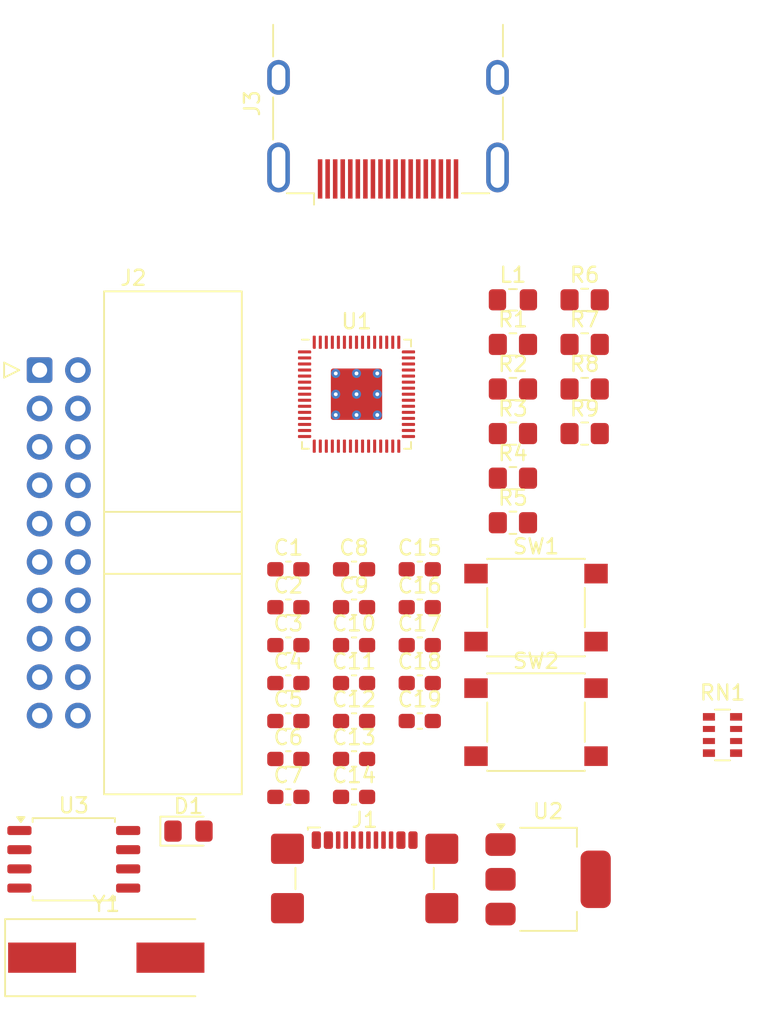
<source format=kicad_pcb>
(kicad_pcb (version 20240108) (generator "pcbnew") (generator_version "8.0")
  (layers (0 "F.Cu" signal) (31 "B.Cu" signal) (34 "B.Paste" user) (35 "F.Paste" user) (36 "B.SilkS" user "B.Silkscreen") (37 "F.SilkS" user "F.Silkscreen") (38 "B.Mask" user) (39 "F.Mask" user) (44 "Edge.Cuts" user))
  (net 0 "")
  (net 1 "+5V")
  (net 2 "GND")
  (net 3 "+3.3V")
  (net 4 "+1V1")
  (net 5 "/XIN")
  (net 6 "Net-(C15-Pad1)")
  (net 7 "Net-(U1-VREG_AVDD)")
  (net 8 "Net-(D1-K)")
  (net 9 "/D+")
  (net 10 "Net-(J1-CC1)")
  (net 11 "Net-(J1-CC2)")
  (net 12 "/D-")
  (net 35 "/HSTX2")
  (net 37 "/HSTX4")
  (net 39 "/HSTX8")
  (net 42 "/HSTX7")
  (net 43 "/HSTX6")
  (net 44 "/HSTX3")
  (net 49 "/HSTX1")
  (net 51 "/HSTX5")
  (net 53 "Net-(U1-VREG_LX)")
  (net 54 "/USB_DM")
  (net 55 "/USB_DP")
  (net 56 "/XOUT")
  (net 57 "Net-(R7-Pad2)")
  (net 58 "/SPI_SS_N")
  (net 59 "Net-(U1-RUN)")
  (net 60 "Net-(R8-Pad1)")
  (net 61 "/SPI_SD2")
  (net 62 "/SPI_SD1")
  (net 63 "/SPI_SD3")
  (net 64 "/SPI_SCLK")
  (net 65 "/SPI_SD0")
  (net 74 "/GPIO24")
  (net 75 "/GPIO29_ADC3")
  (net 76 "/GPIO7")
  (net 77 "/GPIO2")
  (net 78 "/GPIO20")
  (net 79 "/GPIO3")
  (net 80 "/GPIO22")
  (net 81 "/GPIO23")
  (net 82 "/GPIO9")
  (net 83 "/GPIO28_ADC2")
  (net 84 "/GPIO11")
  (net 85 "/GPIO5")
  (net 86 "/GPIO0")
  (net 87 "/GPIO10")
  (net 88 "SWD_CLK")
  (net 89 "SWD_DIO")
  (net 90 "/GPIO27_ADC1")
  (net 91 "/GPIO1")
  (net 92 "/GPIO8")
  (net 93 "/GPIO4")
  (net 94 "/GPIO6")
  (net 95 "/GPIO26_ADC0")
  (net 96 "/GPIO25")
  (net 97 "/GPIO21")
  (footprint "Capacitor_SMD:C_0603_1608Metric_Pad1.08x0.95mm_HandSolder" (layer "F.Cu") (at 202.3 127.165)
    (property "Reference" "C11" (at 0 -1.43 0) (layer "F.SilkS"))
    (property "Value" "100nF")
    (fp_line (start -0.146267 -0.51) (end 0.146267 -0.51) (stroke (width 0.12)) (layer "F.SilkS"))
    (fp_line (start -0.146267 0.51) (end 0.146267 0.51) (stroke (width 0.12)) (layer "F.SilkS"))
    (pad "1" smd roundrect (at -0.8625 0) (size 1.075 0.95) (layers "F.Cu" "F.Paste" "F.Mask") (net 3 "+3.3V"))
    (pad "2" smd roundrect (at 0.8625 0) (size 1.075 0.95) (layers "F.Cu" "F.Paste" "F.Mask") (net 2 "GND"))
  )
  (footprint "Capacitor_SMD:C_0603_1608Metric_Pad1.08x0.95mm_HandSolder" (layer "F.Cu") (at 206.65 127.165)
    (property "Reference" "C18" (at 0 -1.43 0) (layer "F.SilkS"))
    (property "Value" "4.7uF")
    (fp_line (start -0.146267 -0.51) (end 0.146267 -0.51) (stroke (width 0.12)) (layer "F.SilkS"))
    (fp_line (start -0.146267 0.51) (end 0.146267 0.51) (stroke (width 0.12)) (layer "F.SilkS"))
    (pad "1" smd roundrect (at -0.8625 0) (size 1.075 0.95) (layers "F.Cu" "F.Paste" "F.Mask") (net 7 "Net-(U1-VREG_AVDD)"))
    (pad "2" smd roundrect (at 0.8625 0) (size 1.075 0.95) (layers "F.Cu" "F.Paste" "F.Mask") (net 2 "GND"))
  )
  (footprint "Capacitor_SMD:C_0603_1608Metric_Pad1.08x0.95mm_HandSolder" (layer "F.Cu") (at 197.95 132.185)
    (property "Reference" "C6" (at 0 -1.43 0) (layer "F.SilkS"))
    (property "Value" "100nF")
    (fp_line (start -0.146267 -0.51) (end 0.146267 -0.51) (stroke (width 0.12)) (layer "F.SilkS"))
    (fp_line (start -0.146267 0.51) (end 0.146267 0.51) (stroke (width 0.12)) (layer "F.SilkS"))
    (pad "1" smd roundrect (at -0.8625 0) (size 1.075 0.95) (layers "F.Cu" "F.Paste" "F.Mask") (net 3 "+3.3V"))
    (pad "2" smd roundrect (at 0.8625 0) (size 1.075 0.95) (layers "F.Cu" "F.Paste" "F.Mask") (net 2 "GND"))
  )
  (footprint "Resistor_SMD:R_Array_Convex_4x0603" (layer "F.Cu") (at 226.7 130.6)
    (property "Reference" "RN1" (at 0 -2.8 0) (layer "F.SilkS"))
    (property "Value" "R_Pack04")
    (fp_line (start 0.5 -1.68) (end -0.5 -1.68) (stroke (width 0.12)) (layer "F.SilkS"))
    (fp_line (start 0.5 1.68) (end -0.5 1.68) (stroke (width 0.12)) (layer "F.SilkS"))
    (pad "1" smd rect (at -0.9 -1.2) (size 0.8 0.5) (layers "F.Cu" "F.Paste" "F.Mask"))
    (pad "2" smd rect (at -0.9 -0.4) (size 0.8 0.4) (layers "F.Cu" "F.Paste" "F.Mask"))
    (pad "3" smd rect (at -0.9 0.4) (size 0.8 0.4) (layers "F.Cu" "F.Paste" "F.Mask"))
    (pad "4" smd rect (at -0.9 1.2) (size 0.8 0.5) (layers "F.Cu" "F.Paste" "F.Mask"))
    (pad "5" smd rect (at 0.9 1.2) (size 0.8 0.5) (layers "F.Cu" "F.Paste" "F.Mask"))
    (pad "6" smd rect (at 0.9 0.4) (size 0.8 0.4) (layers "F.Cu" "F.Paste" "F.Mask"))
    (pad "7" smd rect (at 0.9 -0.4) (size 0.8 0.4) (layers "F.Cu" "F.Paste" "F.Mask"))
    (pad "8" smd rect (at 0.9 -1.2) (size 0.8 0.5) (layers "F.Cu" "F.Paste" "F.Mask"))
  )
  (footprint "Resistor_SMD:R_0805_2012Metric_Pad1.20x1.40mm_HandSolder" (layer "F.Cu") (at 212.82 104.755)
    (property "Reference" "R1" (at 0 -1.65 0) (layer "F.SilkS"))
    (property "Value" "5K1")
    (fp_line (start -0.227064 -0.735) (end 0.227064 -0.735) (stroke (width 0.12)) (layer "F.SilkS"))
    (fp_line (start -0.227064 0.735) (end 0.227064 0.735) (stroke (width 0.12)) (layer "F.SilkS"))
    (pad "1" smd roundrect (at -1 0) (size 1.2 1.4) (layers "F.Cu" "F.Paste" "F.Mask") (roundrect_rratio 0.208333) (net 10 "Net-(J1-CC1)"))
    (pad "2" smd roundrect (at 1 0) (size 1.2 1.4) (layers "F.Cu" "F.Paste" "F.Mask") (roundrect_rratio 0.208333) (net 2 "GND"))
  )
  (footprint "Capacitor_SMD:C_0603_1608Metric_Pad1.08x0.95mm_HandSolder" (layer "F.Cu") (at 197.95 122.145)
    (property "Reference" "C2" (at 0 -1.43 0) (layer "F.SilkS"))
    (property "Value" "22uF")
    (fp_line (start -0.146267 -0.51) (end 0.146267 -0.51) (stroke (width 0.12)) (layer "F.SilkS"))
    (fp_line (start -0.146267 0.51) (end 0.146267 0.51) (stroke (width 0.12)) (layer "F.SilkS"))
    (pad "1" smd roundrect (at -0.8625 0) (size 1.075 0.95) (layers "F.Cu" "F.Paste" "F.Mask") (net 3 "+3.3V"))
    (pad "2" smd roundrect (at 0.8625 0) (size 1.075 0.95) (layers "F.Cu" "F.Paste" "F.Mask") (net 2 "GND"))
  )
  (footprint "Capacitor_SMD:C_0603_1608Metric_Pad1.08x0.95mm_HandSolder" (layer "F.Cu") (at 206.65 129.675)
    (property "Reference" "C19" (at 0 -1.43 0) (layer "F.SilkS"))
    (property "Value" "4.7uF")
    (fp_line (start -0.146267 -0.51) (end 0.146267 -0.51) (stroke (width 0.12)) (layer "F.SilkS"))
    (fp_line (start -0.146267 0.51) (end 0.146267 0.51) (stroke (width 0.12)) (layer "F.SilkS"))
    (pad "1" smd roundrect (at -0.8625 0) (size 1.075 0.95) (layers "F.Cu" "F.Paste" "F.Mask") (net 4 "+1V1"))
    (pad "2" smd roundrect (at 0.8625 0) (size 1.075 0.95) (layers "F.Cu" "F.Paste" "F.Mask") (net 2 "GND"))
  )
  (footprint "LED_SMD:LED_0805_2012Metric_Pad1.15x1.40mm_HandSolder" (layer "F.Cu") (at 191.335 136.96)
    (property "Reference" "D1" (at 0 -1.65 0) (layer "F.SilkS"))
    (property "Value" "red")
    (fp_line (start -1.86 -0.96) (end -1.86 0.96) (stroke (width 0.12)) (layer "F.SilkS"))
    (fp_line (start -1.86 0.96) (end 1 0.96) (stroke (width 0.12)) (layer "F.SilkS"))
    (fp_line (start 1 -0.96) (end -1.86 -0.96) (stroke (width 0.12)) (layer "F.SilkS"))
    (pad "1" smd roundrect (at -1.025 0) (size 1.15 1.4) (layers "F.Cu" "F.Paste" "F.Mask") (roundrect_rratio 0.217391) (net 8 "Net-(D1-K)"))
    (pad "2" smd roundrect (at 1.025 0) (size 1.15 1.4) (layers "F.Cu" "F.Paste" "F.Mask") (roundrect_rratio 0.217391) (net 3 "+3.3V"))
  )
  (footprint "Capacitor_SMD:C_0603_1608Metric_Pad1.08x0.95mm_HandSolder" (layer "F.Cu") (at 206.65 122.145)
    (property "Reference" "C16" (at 0 -1.43 0) (layer "F.SilkS"))
    (property "Value" "100nF")
    (fp_line (start -0.146267 -0.51) (end 0.146267 -0.51) (stroke (width 0.12)) (layer "F.SilkS"))
    (fp_line (start -0.146267 0.51) (end 0.146267 0.51) (stroke (width 0.12)) (layer "F.SilkS"))
    (pad "1" smd roundrect (at -0.8625 0) (size 1.075 0.95) (layers "F.Cu" "F.Paste" "F.Mask") (net 3 "+3.3V"))
    (pad "2" smd roundrect (at 0.8625 0) (size 1.075 0.95) (layers "F.Cu" "F.Paste" "F.Mask") (net 2 "GND"))
  )
  (footprint "Capacitor_SMD:C_0603_1608Metric_Pad1.08x0.95mm_HandSolder" (layer "F.Cu") (at 197.95 134.695)
    (property "Reference" "C7" (at 0 -1.43 0) (layer "F.SilkS"))
    (property "Value" "100nF")
    (fp_line (start -0.146267 -0.51) (end 0.146267 -0.51) (stroke (width 0.12)) (layer "F.SilkS"))
    (fp_line (start -0.146267 0.51) (end 0.146267 0.51) (stroke (width 0.12)) (layer "F.SilkS"))
    (pad "1" smd roundrect (at -0.8625 0) (size 1.075 0.95) (layers "F.Cu" "F.Paste" "F.Mask") (net 3 "+3.3V"))
    (pad "2" smd roundrect (at 0.8625 0) (size 1.075 0.95) (layers "F.Cu" "F.Paste" "F.Mask") (net 2 "GND"))
  )
  (footprint "Capacitor_SMD:C_0603_1608Metric_Pad1.08x0.95mm_HandSolder" (layer "F.Cu") (at 202.3 134.695)
    (property "Reference" "C14" (at 0 -1.43 0) (layer "F.SilkS"))
    (property "Value" "12pF")
    (fp_line (start -0.146267 -0.51) (end 0.146267 -0.51) (stroke (width 0.12)) (layer "F.SilkS"))
    (fp_line (start -0.146267 0.51) (end 0.146267 0.51) (stroke (width 0.12)) (layer "F.SilkS"))
    (pad "1" smd roundrect (at -0.8625 0) (size 1.075 0.95) (layers "F.Cu" "F.Paste" "F.Mask") (net 5 "/XIN"))
    (pad "2" smd roundrect (at 0.8625 0) (size 1.075 0.95) (layers "F.Cu" "F.Paste" "F.Mask") (net 2 "GND"))
  )
  (footprint "Capacitor_SMD:C_0603_1608Metric_Pad1.08x0.95mm_HandSolder" (layer "F.Cu") (at 206.65 119.635)
    (property "Reference" "C15" (at 0 -1.43 0) (layer "F.SilkS"))
    (property "Value" "12pF")
    (fp_line (start -0.146267 -0.51) (end 0.146267 -0.51) (stroke (width 0.12)) (layer "F.SilkS"))
    (fp_line (start -0.146267 0.51) (end 0.146267 0.51) (stroke (width 0.12)) (layer "F.SilkS"))
    (pad "1" smd roundrect (at -0.8625 0) (size 1.075 0.95) (layers "F.Cu" "F.Paste" "F.Mask") (net 6 "Net-(C15-Pad1)"))
    (pad "2" smd roundrect (at 0.8625 0) (size 1.075 0.95) (layers "F.Cu" "F.Paste" "F.Mask") (net 2 "GND"))
  )
  (footprint "Resistor_SMD:R_0805_2012Metric_Pad1.20x1.40mm_HandSolder" (layer "F.Cu") (at 212.82 113.605)
    (property "Reference" "R4" (at 0 -1.65 0) (layer "F.SilkS"))
    (property "Value" "27")
    (fp_line (start -0.227064 -0.735) (end 0.227064 -0.735) (stroke (width 0.12)) (layer "F.SilkS"))
    (fp_line (start -0.227064 0.735) (end 0.227064 0.735) (stroke (width 0.12)) (layer "F.SilkS"))
    (pad "1" smd roundrect (at -1 0) (size 1.2 1.4) (layers "F.Cu" "F.Paste" "F.Mask") (roundrect_rratio 0.208333) (net 9 "/D+"))
    (pad "2" smd roundrect (at 1 0) (size 1.2 1.4) (layers "F.Cu" "F.Paste" "F.Mask") (roundrect_rratio 0.208333) (net 55 "/USB_DP"))
  )
  (footprint "Package_TO_SOT_SMD:SOT-223-3_TabPin2" (layer "F.Cu") (at 215.15 140.15)
    (property "Reference" "U2" (at 0 -4.5 0) (layer "F.SilkS"))
    (property "Value" "AMS1117-3.3")
    (fp_line (start -1.85 -3.41) (end 1.91 -3.41) (stroke (width 0.12)) (layer "F.SilkS"))
    (fp_line (start -1.85 3.41) (end 1.91 3.41) (stroke (width 0.12)) (layer "F.SilkS"))
    (fp_line (start 1.91 -3.41) (end 1.91 -2.15) (stroke (width 0.12)) (layer "F.SilkS"))
    (fp_line (start 1.91 3.41) (end 1.91 2.15) (stroke (width 0.12)) (layer "F.SilkS"))
    (fp_poly (pts (xy -3.13 -3.31) (xy -3.37 -3.64) (xy -2.89 -3.64) (xy -3.13 -3.31)) (stroke (width 0.12)) (fill solid) (layer "F.SilkS"))
    (pad "1" smd roundrect (at -3.15 -2.3) (size 2 1.5) (layers "F.Cu" "F.Paste" "F.Mask") (net 2 "GND"))
    (pad "2" smd roundrect (at -3.15 0) (size 2 1.5) (layers "F.Cu" "F.Paste" "F.Mask") (net 3 "+3.3V"))
    (pad "2" smd roundrect (at 3.15 0) (size 2 3.8) (layers "F.Cu" "F.Paste" "F.Mask") (net 3 "+3.3V"))
    (pad "3" smd roundrect (at -3.15 2.3) (size 2 1.5) (layers "F.Cu" "F.Paste" "F.Mask") (net 1 "+5V"))
  )
  (footprint "Capacitor_SMD:C_0603_1608Metric_Pad1.08x0.95mm_HandSolder" (layer "F.Cu") (at 197.95 119.635)
    (property "Reference" "C1" (at 0 -1.43 0) (layer "F.SilkS"))
    (property "Value" "22uF")
    (fp_line (start -0.146267 -0.51) (end 0.146267 -0.51) (stroke (width 0.12)) (layer "F.SilkS"))
    (fp_line (start -0.146267 0.51) (end 0.146267 0.51) (stroke (width 0.12)) (layer "F.SilkS"))
    (pad "1" smd roundrect (at -0.8625 0) (size 1.075 0.95) (layers "F.Cu" "F.Paste" "F.Mask") (net 1 "+5V"))
    (pad "2" smd roundrect (at 0.8625 0) (size 1.075 0.95) (layers "F.Cu" "F.Paste" "F.Mask") (net 2 "GND"))
  )
  (footprint "Connector_Video:HDMI_A_Molex_208658-1001_Horizontal" (layer "F.Cu") (at 204.55 90.52 90)
    (property "Reference" "J3" (at 1.714999 -8.999999 -90) (layer "F.SilkS"))
    (property "Value" "HDMI_A")
    (fp_line (start 4.814998 -7.61) (end 6.915 -7.61) (stroke (width 0.12)) (layer "F.SilkS"))
    (fp_line (start -0.684999 -7.609999) (end 2.114999 -7.609999) (stroke (width 0.12)) (layer "F.SilkS"))
    (fp_line (start -4.234999 -4.9) (end -4.235001 -6.699999) (stroke (width 0.12)) (layer "F.SilkS"))
    (fp_line (start -4.985 -4.9) (end -4.234999 -4.9) (stroke (width 0.12)) (layer "F.SilkS"))
    (fp_line (start -4.234999 6.7) (end -4.235 4.899998) (stroke (width 0.12)) (layer "F.SilkS"))
    (fp_line (start 4.815 7.61) (end 6.915 7.61) (stroke (width 0.12)) (layer "F.SilkS"))
    (fp_line (start -0.685001 7.610001) (end 2.115002 7.61) (stroke (width 0.12)) (layer "F.SilkS"))
    (pad "1" smd rect (at -3.284998 -4.500001 90) (size 2.6 0.3) (layers "F.Cu" "F.Paste" "F.Mask") (net 51 "/HSTX5"))
    (pad "2" smd rect (at -3.285 -4.000001 90) (size 2.6 0.3) (layers "F.Cu" "F.Paste" "F.Mask"))
    (pad "3" smd rect (at -3.284999 -3.499999 90) (size 2.6 0.3) (layers "F.Cu" "F.Paste" "F.Mask") (net 43 "/HSTX6"))
    (pad "4" smd rect (at -3.285001 -3 90) (size 2.6 0.3) (layers "F.Cu" "F.Paste" "F.Mask") (net 42 "/HSTX7"))
    (pad "5" smd rect (at -3.284999 -2.5 90) (size 2.6 0.3) (layers "F.Cu" "F.Paste" "F.Mask"))
    (pad "6" smd rect (at -3.285 -2.000001 90) (size 2.6 0.3) (layers "F.Cu" "F.Paste" "F.Mask") (net 39 "/HSTX8"))
    (pad "7" smd rect (at -3.285 -1.499999 90) (size 2.6 0.3) (layers "F.Cu" "F.Paste" "F.Mask") (net 49 "/HSTX1"))
    (pad "8" smd rect (at -3.285 -1 90) (size 2.6 0.3) (layers "F.Cu" "F.Paste" "F.Mask"))
    (pad "9" smd rect (at -3.285 -0.499999 90) (size 2.6 0.3) (layers "F.Cu" "F.Paste" "F.Mask") (net 35 "/HSTX2"))
    (pad "10" smd rect (at -3.285 0 90) (size 2.6 0.3) (layers "F.Cu" "F.Paste" "F.Mask") (net 44 "/HSTX3"))
    (pad "11" smd rect (at -3.285 0.5 90) (size 2.6 0.3) (layers "F.Cu" "F.Paste" "F.Mask"))
    (pad "12" smd rect (at -3.285 1 90) (size 2.6 0.3) (layers "F.Cu" "F.Paste" "F.Mask") (net 37 "/HSTX4"))
    (pad "13" smd rect (at -3.285 1.5 90) (size 2.6 0.3) (layers "F.Cu" "F.Paste" "F.Mask"))
    (pad "14" smd rect (at -3.285 2 90) (size 2.6 0.3) (layers "F.Cu" "F.Paste" "F.Mask"))
    (pad "15" smd rect (at -3.285 2.499999 90) (size 2.6 0.3) (layers "F.Cu" "F.Paste" "F.Mask"))
    (pad "16" smd rect (at -3.284999 3.000001 90) (size 2.6 0.3) (layers "F.Cu" "F.Paste" "F.Mask"))
    (pad "17" smd rect (at -3.285001 3.499999 90) (size 2.6 0.3) (layers "F.Cu" "F.Paste" "F.Mask"))
    (pad "18" smd rect (at -3.284999 4 90) (size 2.6 0.3) (layers "F.Cu" "F.Paste" "F.Mask"))
    (pad "19" smd rect (at -3.285001 4.5 90) (size 2.6 0.3) (layers "F.Cu" "F.Paste" "F.Mask"))
    (pad "SH" thru_hole oval (at -2.525 -7.25 90) (size 3.3 1.5) (drill oval 2.7 0.9) (layers "*.Cu" "*.Mask"))
    (pad "SH" thru_hole oval (at -2.525 7.25 90) (size 3.3 1.5) (drill oval 2.7 0.9) (layers "*.Cu" "*.Mask"))
    (pad "SH" thru_hole oval (at 3.434999 -7.250001 90) (size 2.3 1.5) (drill oval 1.7 0.9) (layers "*.Cu" "*.Mask"))
    (pad "SH" thru_hole oval (at 3.435001 7.249999 90) (size 2.3 1.5) (drill oval 1.7 0.9) (layers "*.Cu" "*.Mask"))
  )
  (footprint "Capacitor_SMD:C_0603_1608Metric_Pad1.08x0.95mm_HandSolder" (layer "F.Cu") (at 206.65 124.655)
    (property "Reference" "C17" (at 0 -1.43 0) (layer "F.SilkS"))
    (property "Value" "4.7uF")
    (fp_line (start -0.146267 -0.51) (end 0.146267 -0.51) (stroke (width 0.12)) (layer "F.SilkS"))
    (fp_line (start -0.146267 0.51) (end 0.146267 0.51) (stroke (width 0.12)) (layer "F.SilkS"))
    (pad "1" smd roundrect (at -0.8625 0) (size 1.075 0.95) (layers "F.Cu" "F.Paste" "F.Mask") (net 3 "+3.3V"))
    (pad "2" smd roundrect (at 0.8625 0) (size 1.075 0.95) (layers "F.Cu" "F.Paste" "F.Mask") (net 2 "GND"))
  )
  (footprint "Button_Switch_SMD:SW_Push_1P1T_NO_6x6mm_H9.5mm" (layer "F.Cu") (at 214.35 122.17)
    (property "Reference" "SW1" (at 0 -4.05 0) (layer "F.SilkS"))
    (property "Value" "BOOT SELECTOR")
    (fp_line (start -3.23 -3.23) (end 3.23 -3.23) (stroke (width 0.12)) (layer "F.SilkS"))
    (fp_line (start -3.23 -3.2) (end -3.23 -3.23) (stroke (width 0.12)) (layer "F.SilkS"))
    (fp_line (start -3.23 -1.3) (end -3.23 1.3) (stroke (width 0.12)) (layer "F.SilkS"))
    (fp_line (start -3.23 3.23) (end -3.23 3.2) (stroke (width 0.12)) (layer "F.SilkS"))
    (fp_line (start -3.23 3.23) (end 3.23 3.23) (stroke (width 0.12)) (layer "F.SilkS"))
    (fp_line (start 3.23 -3.23) (end 3.23 -3.2) (stroke (width 0.12)) (layer "F.SilkS"))
    (fp_line (start 3.23 -1.3) (end 3.23 1.3) (stroke (width 0.12)) (layer "F.SilkS"))
    (fp_line (start 3.23 3.23) (end 3.23 3.2) (stroke (width 0.12)) (layer "F.SilkS"))
    (pad "1" smd rect (at -3.975 -2.25) (size 1.55 1.3) (layers "F.Cu" "F.Paste" "F.Mask") (net 57 "Net-(R7-Pad2)"))
    (pad "1" smd rect (at 3.975 -2.25) (size 1.55 1.3) (layers "F.Cu" "F.Paste" "F.Mask") (net 57 "Net-(R7-Pad2)"))
    (pad "2" smd rect (at -3.975 2.25) (size 1.55 1.3) (layers "F.Cu" "F.Paste" "F.Mask") (net 2 "GND"))
    (pad "2" smd rect (at 3.975 2.25) (size 1.55 1.3) (layers "F.Cu" "F.Paste" "F.Mask") (net 2 "GND"))
  )
  (footprint "Connector_IDC:IDC-Header_2x10_P2.54mm_Horizontal" (layer "F.Cu") (at 181.475 106.455)
    (property "Reference" "J2" (at 6.215 -6.1 0) (layer "F.SilkS"))
    (property "Value" "Conn_02x10_Odd_Even")
    (fp_line (start -2.35 -0.5) (end -2.35 0.5) (stroke (width 0.12)) (layer "F.SilkS"))
    (fp_line (start -2.35 0.5) (end -1.35 0) (stroke (width 0.12)) (layer "F.SilkS"))
    (fp_line (start -1.35 0) (end -2.35 -0.5) (stroke (width 0.12)) (layer "F.SilkS"))
    (fp_line (start 4.27 -5.21) (end 13.39 -5.21) (stroke (width 0.12)) (layer "F.SilkS"))
    (fp_line (start 4.27 9.38) (end 13.39 9.38) (stroke (width 0.12)) (layer "F.SilkS"))
    (fp_line (start 4.27 13.48) (end 13.39 13.48) (stroke (width 0.12)) (layer "F.SilkS"))
    (fp_line (start 4.27 28.07) (end 4.27 -5.21) (stroke (width 0.12)) (layer "F.SilkS"))
    (fp_line (start 13.39 -5.21) (end 13.39 28.07) (stroke (width 0.12)) (layer "F.SilkS"))
    (fp_line (start 13.39 28.07) (end 4.27 28.07) (stroke (width 0.12)) (layer "F.SilkS"))
    (pad "1" thru_hole roundrect (at 0 0) (size 1.7 1.7) (drill 1) (layers "*.Cu" "*.Mask") (roundrect_rratio 0.147059))
    (pad "2" thru_hole circle (at 2.54 0) (size 1.7 1.7) (drill 1) (layers "*.Cu" "*.Mask"))
    (pad "3" thru_hole circle (at 0 2.54) (size 1.7 1.7) (drill 1) (layers "*.Cu" "*.Mask"))
    (pad "4" thru_hole circle (at 2.54 2.54) (size 1.7 1.7) (drill 1) (layers "*.Cu" "*.Mask"))
    (pad "5" thru_hole circle (at 0 5.08) (size 1.7 1.7) (drill 1) (layers "*.Cu" "*.Mask"))
    (pad "6" thru_hole circle (at 2.54 5.08) (size 1.7 1.7) (drill 1) (layers "*.Cu" "*.Mask"))
    (pad "7" thru_hole circle (at 0 7.62) (size 1.7 1.7) (drill 1) (layers "*.Cu" "*.Mask"))
    (pad "8" thru_hole circle (at 2.54 7.62) (size 1.7 1.7) (drill 1) (layers "*.Cu" "*.Mask"))
    (pad "9" thru_hole circle (at 0 10.16) (size 1.7 1.7) (drill 1) (layers "*.Cu" "*.Mask"))
    (pad "10" thru_hole circle (at 2.54 10.16) (size 1.7 1.7) (drill 1) (layers "*.Cu" "*.Mask"))
    (pad "11" thru_hole circle (at 0 12.7) (size 1.7 1.7) (drill 1) (layers "*.Cu" "*.Mask"))
    (pad "12" thru_hole circle (at 2.54 12.7) (size 1.7 1.7) (drill 1) (layers "*.Cu" "*.Mask"))
    (pad "13" thru_hole circle (at 0 15.24) (size 1.7 1.7) (drill 1) (layers "*.Cu" "*.Mask"))
    (pad "14" thru_hole circle (at 2.54 15.24) (size 1.7 1.7) (drill 1) (layers "*.Cu" "*.Mask"))
    (pad "15" thru_hole circle (at 0 17.78) (size 1.7 1.7) (drill 1) (layers "*.Cu" "*.Mask"))
    (pad "16" thru_hole circle (at 2.54 17.78) (size 1.7 1.7) (drill 1) (layers "*.Cu" "*.Mask"))
    (pad "17" thru_hole circle (at 0 20.32) (size 1.7 1.7) (drill 1) (layers "*.Cu" "*.Mask"))
    (pad "18" thru_hole circle (at 2.54 20.32) (size 1.7 1.7) (drill 1) (layers "*.Cu" "*.Mask"))
    (pad "19" thru_hole circle (at 0 22.86) (size 1.7 1.7) (drill 1) (layers "*.Cu" "*.Mask"))
    (pad "20" thru_hole circle (at 2.54 22.86) (size 1.7 1.7) (drill 1) (layers "*.Cu" "*.Mask"))
  )
  (footprint "Capacitor_SMD:C_0603_1608Metric_Pad1.08x0.95mm_HandSolder" (layer "F.Cu") (at 202.3 132.185)
    (property "Reference" "C13" (at 0 -1.43 0) (layer "F.SilkS"))
    (property "Value" "2u2F")
    (fp_line (start -0.146267 -0.51) (end 0.146267 -0.51) (stroke (width 0.12)) (layer "F.SilkS"))
    (fp_line (start -0.146267 0.51) (end 0.146267 0.51) (stroke (width 0.12)) (layer "F.SilkS"))
    (pad "1" smd roundrect (at -0.8625 0) (size 1.075 0.95) (layers "F.Cu" "F.Paste" "F.Mask") (net 3 "+3.3V"))
    (pad "2" smd roundrect (at 0.8625 0) (size 1.075 0.95) (layers "F.Cu" "F.Paste" "F.Mask") (net 2 "GND"))
  )
  (footprint "Capacitor_SMD:C_0603_1608Metric_Pad1.08x0.95mm_HandSolder" (layer "F.Cu") (at 202.3 122.145)
    (property "Reference" "C9" (at 0 -1.43 0) (layer "F.SilkS"))
    (property "Value" "100nF")
    (fp_line (start -0.146267 -0.51) (end 0.146267 -0.51) (stroke (width 0.12)) (layer "F.SilkS"))
    (fp_line (start -0.146267 0.51) (end 0.146267 0.51) (stroke (width 0.12)) (layer "F.SilkS"))
    (pad "1" smd roundrect (at -0.8625 0) (size 1.075 0.95) (layers "F.Cu" "F.Paste" "F.Mask") (net 3 "+3.3V"))
    (pad "2" smd roundrect (at 0.8625 0) (size 1.075 0.95) (layers "F.Cu" "F.Paste" "F.Mask") (net 2 "GND"))
  )
  (footprint "lib:RP2350-QFN-60-1EP_7x7_P0.4mm_EP3.4x3.4mm_ThermalVias" (layer "F.Cu") (at 202.4625 108.05)
    (property "Reference" "U1" (at 0 -4.82 0) (layer "F.SilkS"))
    (property "Value" "RP2350_60QFN")
    (fp_line (start -3.61 3.61) (end -3.61 3.16) (stroke (width 0.12)) (layer "F.SilkS"))
    (fp_line (start -3.16 -3.61) (end -3.61 -3.61) (stroke (width 0.12)) (layer "F.SilkS"))
    (fp_line (start -3.16 3.61) (end -3.61 3.61) (stroke (width 0.12)) (layer "F.SilkS"))
    (fp_line (start 3.16 -3.61) (end 3.61 -3.61) (stroke (width 0.12)) (layer "F.SilkS"))
    (fp_line (start 3.16 3.61) (end 3.61 3.61) (stroke (width 0.12)) (layer "F.SilkS"))
    (fp_line (start 3.61 -3.61) (end 3.61 -3.16) (stroke (width 0.12)) (layer "F.SilkS"))
    (fp_line (start 3.61 3.61) (end 3.61 3.16) (stroke (width 0.12)) (layer "F.SilkS"))
    (pad "1" smd roundrect (at -3.4375 -2.8) (size 0.875 0.2) (layers "F.Cu" "F.Paste" "F.Mask") (chamfer_ratio 0.25) (chamfer top_right) (net 3 "+3.3V"))
    (pad "2" smd roundrect (at -3.4375 -2.4) (size 0.875 0.2) (layers "F.Cu" "F.Paste" "F.Mask") (net 86 "/GPIO0"))
    (pad "3" smd roundrect (at -3.4375 -2) (size 0.875 0.2) (layers "F.Cu" "F.Paste" "F.Mask") (net 91 "/GPIO1"))
    (pad "4" smd roundrect (at -3.4375 -1.6) (size 0.875 0.2) (layers "F.Cu" "F.Paste" "F.Mask") (net 77 "/GPIO2"))
    (pad "5" smd roundrect (at -3.4375 -1.2) (size 0.875 0.2) (layers "F.Cu" "F.Paste" "F.Mask") (net 79 "/GPIO3"))
    (pad "6" smd roundrect (at -3.4375 -0.8) (size 0.875 0.2) (layers "F.Cu" "F.Paste" "F.Mask") (net 4 "+1V1"))
    (pad "7" smd roundrect (at -3.4375 -0.4) (size 0.875 0.2) (layers "F.Cu" "F.Paste" "F.Mask") (net 93 "/GPIO4"))
    (pad "8" smd roundrect (at -3.4375 0) (size 0.875 0.2) (layers "F.Cu" "F.Paste" "F.Mask") (net 85 "/GPIO5"))
    (pad "9" smd roundrect (at -3.4375 0.4) (size 0.875 0.2) (layers "F.Cu" "F.Paste" "F.Mask") (net 94 "/GPIO6"))
    (pad "10" smd roundrect (at -3.4375 0.8) (size 0.875 0.2) (layers "F.Cu" "F.Paste" "F.Mask") (net 76 "/GPIO7"))
    (pad "11" smd roundrect (at -3.4375 1.2) (size 0.875 0.2) (layers "F.Cu" "F.Paste" "F.Mask") (net 3 "+3.3V"))
    (pad "12" smd roundrect (at -3.4375 1.6) (size 0.875 0.2) (layers "F.Cu" "F.Paste" "F.Mask") (net 92 "/GPIO8"))
    (pad "13" smd roundrect (at -3.4375 2) (size 0.875 0.2) (layers "F.Cu" "F.Paste" "F.Mask") (net 82 "/GPIO9"))
    (pad "14" smd roundrect (at -3.4375 2.4) (size 0.875 0.2) (layers "F.Cu" "F.Paste" "F.Mask") (net 87 "/GPIO10"))
    (pad "15" smd roundrect (at -3.4375 2.8) (size 0.875 0.2) (layers "F.Cu" "F.Paste" "F.Mask") (chamfer_ratio 0.25) (chamfer bottom_right) (net 84 "/GPIO11"))
    (pad "16" smd roundrect (at -2.8 3.4375) (size 0.2 0.875) (layers "F.Cu" "F.Paste" "F.Mask") (chamfer_ratio 0.25) (chamfer top_left) (net 49 "/HSTX1"))
    (pad "17" smd roundrect (at -2.4 3.4375) (size 0.2 0.875) (layers "F.Cu" "F.Paste" "F.Mask") (net 35 "/HSTX2"))
    (pad "18" smd roundrect (at -2 3.4375) (size 0.2 0.875) (layers "F.Cu" "F.Paste" "F.Mask") (net 44 "/HSTX3"))
    (pad "19" smd roundrect (at -1.6 3.4375) (size 0.2 0.875) (layers "F.Cu" "F.Paste" "F.Mask") (net 37 "/HSTX4"))
    (pad "20" smd roundrect (at -1.2 3.4375) (size 0.2 0.875) (layers "F.Cu" "F.Paste" "F.Mask") (net 3 "+3.3V"))
    (pad "21" smd roundrect (at -0.8 3.4375) (size 0.2 0.875) (layers "F.Cu" "F.Paste" "F.Mask") (net 5 "/XIN"))
    (pad "22" smd roundrect (at -0.4 3.4375) (size 0.2 0.875) (layers "F.Cu" "F.Paste" "F.Mask") (net 56 "/XOUT"))
    (pad "23" smd roundrect (at 0 3.4375) (size 0.2 0.875) (layers "F.Cu" "F.Paste" "F.Mask") (net 4 "+1V1"))
    (pad "24" smd roundrect (at 0.4 3.4375) (size 0.2 0.875) (layers "F.Cu" "F.Paste" "F.Mask") (net 88 "SWD_CLK"))
    (pad "25" smd roundrect (at 0.8 3.4375) (size 0.2 0.875) (layers "F.Cu" "F.Paste" "F.Mask") (net 89 "SWD_DIO"))
    (pad "26" smd roundrect (at 1.2 3.4375) (size 0.2 0.875) (layers "F.Cu" "F.Paste" "F.Mask") (net 59 "Net-(U1-RUN)"))
    (pad "27" smd roundrect (at 1.6 3.4375) (size 0.2 0.875) (layers "F.Cu" "F.Paste" "F.Mask") (net 51 "/HSTX5"))
    (pad "28" smd roundrect (at 2 3.4375) (size 0.2 0.875) (layers "F.Cu" "F.Paste" "F.Mask") (net 43 "/HSTX6"))
    (pad "29" smd roundrect (at 2.4 3.4375) (size 0.2 0.875) (layers "F.Cu" "F.Paste" "F.Mask") (net 42 "/HSTX7"))
    (pad "30" smd roundrect (at 2.8 3.4375) (size 0.2 0.875) (layers "F.Cu" "F.Paste" "F.Mask") (chamfer_ratio 0.25) (chamfer top_right) (net 3 "+3.3V"))
    (pad "31" smd roundrect (at 3.4375 2.8) (size 0.875 0.2) (layers "F.Cu" "F.Paste" "F.Mask") (chamfer_ratio 0.25) (chamfer bottom_left) (net 39 "/HSTX8"))
    (pad "32" smd roundrect (at 3.4375 2.4) (size 0.875 0.2) (layers "F.Cu" "F.Paste" "F.Mask") (net 78 "/GPIO20"))
    (pad "33" smd roundrect (at 3.4375 2) (size 0.875 0.2) (layers "F.Cu" "F.Paste" "F.Mask") (net 97 "/GPIO21"))
    (pad "34" smd roundrect (at 3.4375 1.6) (size 0.875 0.2) (layers "F.Cu" "F.Paste" "F.Mask") (net 80 "/GPIO22"))
    (pad "35" smd roundrect (at 3.4375 1.2) (size 0.875 0.2) (layers "F.Cu" "F.Paste" "F.Mask") (net 81 "/GPIO23"))
    (pad "36" smd roundrect (at 3.4375 0.8) (size 0.875 0.2) (layers "F.Cu" "F.Paste" "F.Mask") (net 74 "/GPIO24"))
    (pad "37" smd roundrect (at 3.4375 0.4) (size 0.875 0.2) (layers "F.Cu" "F.Paste" "F.Mask") (net 96 "/GPIO25"))
    (pad "38" smd roundrect (at 3.4375 0) (size 0.875 0.2) (layers "F.Cu" "F.Paste" "F.Mask") (net 3 "+3.3V"))
    (pad "39" smd roundrect (at 3.4375 -0.4) (size 0.875 0.2) (layers "F.Cu" "F.Paste" "F.Mask") (net 4 "+1V1"))
    (pad "40" smd roundrect (at 3.4375 -0.8) (size 0.875 0.2) (layers "F.Cu" "F.Paste" "F.Mask") (net 95 "/GPIO26_ADC0"))
    (pad "41" smd roundrect (at 3.4375 -1.2) (size 0.875 0.2) (layers "F.Cu" "F.Paste" "F.Mask") (net 90 "/GPIO27_ADC1"))
    (pad "42" smd roundrect (at 3.4375 -1.6) (size 0.875 0.2) (layers "F.Cu" "F.Paste" "F.Mask") (net 83 "/GPIO28_ADC2"))
    (pad "43" smd roundrect (at 3.4375 -2) (size 0.875 0.2) (layers "F.Cu" "F.Paste" "F.Mask") (net 75 "/GPIO29_ADC3"))
    (pad "44" smd roundrect (at 3.4375 -2.4) (size 0.875 0.2) (layers "F.Cu" "F.Paste" "F.Mask") (net 3 "+3.3V"))
    (pad "45" smd roundrect (at 3.4375 -2.8) (size 0.875 0.2) (layers "F.Cu" "F.Paste" "F.Mask") (chamfer_ratio 0.25) (chamfer top_left) (net 3 "+3.3V"))
    (pad "46" smd roundrect (at 2.8 -3.4375) (size 0.2 0.875) (layers "F.Cu" "F.Paste" "F.Mask") (chamfer_ratio 0.25) (chamfer bottom_right) (net 7 "Net-(U1-VREG_AVDD)"))
    (pad "47" smd roundrect (at 2.4 -3.4375) (size 0.2 0.875) (layers "F.Cu" "F.Paste" "F.Mask") (net 2 "GND"))
    (pad "48" smd roundrect (at 2 -3.4375) (size 0.2 0.875) (layers "F.Cu" "F.Paste" "F.Mask") (net 53 "Net-(U1-VREG_LX)"))
    (pad "49" smd roundrect (at 1.6 -3.4375) (size 0.2 0.875) (layers "F.Cu" "F.Paste" "F.Mask") (net 3 "+3.3V"))
    (pad "50" smd roundrect (at 1.2 -3.4375) (size 0.2 0.875) (layers "F.Cu" "F.Paste" "F.Mask") (net 4 "+1V1"))
    (pad "51" smd roundrect (at 0.8 -3.4375) (size 0.2 0.875) (layers "F.Cu" "F.Paste" "F.Mask") (net 54 "/USB_DM"))
    (pad "52" smd roundrect (at 0.4 -3.4375) (size 0.2 0.875) (layers "F.Cu" "F.Paste" "F.Mask") (net 55 "/USB_DP"))
    (pad "53" smd roundrect (at 0 -3.4375) (size 0.2 0.875) (layers "F.Cu" "F.Paste" "F.Mask") (net 3 "+3.3V"))
    (pad "54" smd roundrect (at -0.4 -3.4375) (size 0.2 0.875) (layers "F.Cu" "F.Paste" "F.Mask") (net 3 "+3.3V"))
    (pad "55" smd roundrect (at -0.8 -3.4375) (size 0.2 0.875) (layers "F.Cu" "F.Paste" "F.Mask") (net 63 "/SPI_SD3"))
    (pad "56" smd roundrect (at -1.2 -3.4375) (size 0.2 0.875) (layers "F.Cu" "F.Paste" "F.Mask") (net 64 "/SPI_SCLK"))
    (pad "57" smd roundrect (at -1.6 -3.4375) (size 0.2 0.875) (layers "F.Cu" "F.Paste" "F.Mask") (net 65 "/SPI_SD0"))
    (pad "58" smd roundrect (at -2 -3.4375) (size 0.2 0.875) (layers "F.Cu" "F.Paste" "F.Mask") (net 61 "/SPI_SD2"))
    (pad "59" smd roundrect (at -2.4 -3.4375) (size 0.2 0.875) (layers "F.Cu" "F.Paste" "F.Mask") (net 62 "/SPI_SD1"))
    (pad "60" smd roundrect (at -2.8 -3.4375) (size 0.2 0.875) (layers "F.Cu" "F.Paste" "F.Mask") (chamfer_ratio 0.25) (chamfer bottom_left) (net 58 "/SPI_SS_N"))
    (pad "61" thru_hole circle (at -1.375 -1.375) (size 0.6 0.6) (drill 0.25) (layers "*.Cu") (net 2 "GND"))
    (pad "61" thru_hole circle (at -1.375 0) (size 0.6 0.6) (drill 0.25) (layers "*.Cu") (net 2 "GND"))
    (pad "61" thru_hole circle (at -1.375 1.375) (size 0.6 0.6) (drill 0.25) (layers "*.Cu") (net 2 "GND"))
    (pad "61" thru_hole circle (at 0 -1.375) (size 0.6 0.6) (drill 0.25) (layers "*.Cu") (net 2 "GND"))
    (pad "61" thru_hole circle (at 0 0) (size 0.6 0.6) (drill 0.25) (layers "*.Cu") (net 2 "GND"))
    (pad "61" smd roundrect (at 0 0 90) (size 3.4 3.4) (layers "F.Cu" "F.Mask") (roundrect_rratio 0.045) (net 2 "GND"))
    (pad "61" thru_hole circle (at 0 1.375) (size 0.6 0.6) (drill 0.25) (layers "*.Cu") (net 2 "GND"))
    (pad "61" thru_hole circle (at 1.375 -1.375) (size 0.6 0.6) (drill 0.25) (layers "*.Cu") (net 2 "GND"))
    (pad "61" thru_hole circle (at 1.375 0) (size 0.6 0.6) (drill 0.25) (layers "*.Cu") (net 2 "GND"))
    (pad "61" thru_hole circle (at 1.375 1.375) (size 0.6 0.6) (drill 0.25) (layers "*.Cu") (net 2 "GND"))
  )
  (footprint "Resistor_SMD:R_0805_2012Metric_Pad1.20x1.40mm_HandSolder" (layer "F.Cu") (at 217.57 107.705)
    (property "Reference" "R8" (at 0 -1.65 0) (layer "F.SilkS"))
    (property "Value" "1K")
    (fp_line (start -0.227064 -0.735) (end 0.227064 -0.735) (stroke (width 0.12)) (layer "F.SilkS"))
    (fp_line (start -0.227064 0.735) (end 0.227064 0.735) (stroke (width 0.12)) (layer "F.SilkS"))
    (pad "1" smd roundrect (at -1 0) (size 1.2 1.4) (layers "F.Cu" "F.Paste" "F.Mask") (roundrect_rratio 0.208333) (net 60 "Net-(R8-Pad1)"))
    (pad "2" smd roundrect (at 1 0) (size 1.2 1.4) (layers "F.Cu" "F.Paste" "F.Mask") (roundrect_rratio 0.208333) (net 59 "Net-(U1-RUN)"))
  )
  (footprint "Crystal:Crystal_SMD_HC49-SD" (layer "F.Cu") (at 185.89 145.335)
    (property "Reference" "Y1" (at 0 -3.55 0) (layer "F.SilkS"))
    (property "Value" "12Mhz HC49-SD")
    (fp_line (start -6.7 -2.55) (end -6.7 2.55) (stroke (width 0.12)) (layer "F.SilkS"))
    (fp_line (start -6.7 2.55) (end 5.9 2.55) (stroke (width 0.12)) (layer "F.SilkS"))
    (fp_line (start 5.9 -2.55) (end -6.7 -2.55) (stroke (width 0.12)) (layer "F.SilkS"))
    (pad "1" smd rect (at -4.25 0) (size 4.5 2) (layers "F.Cu" "F.Paste" "F.Mask") (net 5 "/XIN"))
    (pad "2" smd rect (at 4.25 0) (size 4.5 2) (layers "F.Cu" "F.Paste" "F.Mask") (net 6 "Net-(C15-Pad1)"))
  )
  (footprint "Capacitor_SMD:C_0603_1608Metric_Pad1.08x0.95mm_HandSolder" (layer "F.Cu") (at 197.95 124.655)
    (property "Reference" "C3" (at 0 -1.43 0) (layer "F.SilkS"))
    (property "Value" "1uF")
    (fp_line (start -0.146267 -0.51) (end 0.146267 -0.51) (stroke (width 0.12)) (layer "F.SilkS"))
    (fp_line (start -0.146267 0.51) (end 0.146267 0.51) (stroke (width 0.12)) (layer "F.SilkS"))
    (pad "1" smd roundrect (at -0.8625 0) (size 1.075 0.95) (layers "F.Cu" "F.Paste" "F.Mask") (net 4 "+1V1"))
    (pad "2" smd roundrect (at 0.8625 0) (size 1.075 0.95) (layers "F.Cu" "F.Paste" "F.Mask") (net 2 "GND"))
  )
  (footprint "Resistor_SMD:R_0805_2012Metric_Pad1.20x1.40mm_HandSolder" (layer "F.Cu") (at 217.57 104.755)
    (property "Reference" "R7" (at 0 -1.65 0) (layer "F.SilkS"))
    (property "Value" "2K2")
    (fp_line (start -0.227064 -0.735) (end 0.227064 -0.735) (stroke (width 0.12)) (layer "F.SilkS"))
    (fp_line (start -0.227064 0.735) (end 0.227064 0.735) (stroke (width 0.12)) (layer "F.SilkS"))
    (pad "1" smd roundrect (at -1 0) (size 1.2 1.4) (layers "F.Cu" "F.Paste" "F.Mask") (roundrect_rratio 0.208333) (net 58 "/SPI_SS_N"))
    (pad "2" smd roundrect (at 1 0) (size 1.2 1.4) (layers "F.Cu" "F.Paste" "F.Mask") (roundrect_rratio 0.208333) (net 57 "Net-(R7-Pad2)"))
  )
  (footprint "Package_SO:SOIC-8_5.23x5.23mm_P1.27mm" (layer "F.Cu") (at 183.74 138.825)
    (property "Reference" "U3" (at 0 -3.56 0) (layer "F.SilkS"))
    (property "Value" "W25Q16JVSS")
    (fp_line (start -2.725 -2.725) (end -2.725 -2.465) (stroke (width 0.12)) (layer "F.SilkS"))
    (fp_line (start -2.725 2.725) (end -2.725 2.465) (stroke (width 0.12)) (layer "F.SilkS"))
    (fp_line (start 0 -2.725) (end -2.725 -2.725) (stroke (width 0.12)) (layer "F.SilkS"))
    (fp_line (start 0 -2.725) (end 2.725 -2.725) (stroke (width 0.12)) (layer "F.SilkS"))
    (fp_line (start 0 2.725) (end -2.725 2.725) (stroke (width 0.12)) (layer "F.SilkS"))
    (fp_line (start 0 2.725) (end 2.725 2.725) (stroke (width 0.12)) (layer "F.SilkS"))
    (fp_line (start 2.725 -2.725) (end 2.725 -2.465) (stroke (width 0.12)) (layer "F.SilkS"))
    (fp_line (start 2.725 2.725) (end 2.725 2.465) (stroke (width 0.12)) (layer "F.SilkS"))
    (fp_poly (pts (xy -3.5075 -2.465) (xy -3.7475 -2.795) (xy -3.2675 -2.795) (xy -3.5075 -2.465)) (stroke (width 0.12)) (fill solid) (layer "F.SilkS"))
    (pad "1" smd roundrect (at -3.6 -1.905) (size 1.6 0.6) (layers "F.Cu" "F.Paste" "F.Mask") (net 58 "/SPI_SS_N"))
    (pad "2" smd roundrect (at -3.6 -0.635) (size 1.6 0.6) (layers "F.Cu" "F.Paste" "F.Mask") (net 62 "/SPI_SD1"))
    (pad "3" smd roundrect (at -3.6 0.635) (size 1.6 0.6) (layers "F.Cu" "F.Paste" "F.Mask") (net 61 "/SPI_SD2"))
    (pad "4" smd roundrect (at -3.6 1.905) (size 1.6 0.6) (layers "F.Cu" "F.Paste" "F.Mask") (net 2 "GND"))
    (pad "5" smd roundrect (at 3.6 1.905) (size 1.6 0.6) (layers "F.Cu" "F.Paste" "F.Mask") (net 65 "/SPI_SD0"))
    (pad "6" smd roundrect (at 3.6 0.635) (size 1.6 0.6) (layers "F.Cu" "F.Paste" "F.Mask") (net 64 "/SPI_SCLK"))
    (pad "7" smd roundrect (at 3.6 -0.635) (size 1.6 0.6) (layers "F.Cu" "F.Paste" "F.Mask") (net 63 "/SPI_SD3"))
    (pad "8" smd roundrect (at 3.6 -1.905) (size 1.6 0.6) (layers "F.Cu" "F.Paste" "F.Mask") (net 3 "+3.3V"))
  )
  (footprint "Resistor_SMD:R_0805_2012Metric_Pad1.20x1.40mm_HandSolder" (layer "F.Cu") (at 217.57 101.805)
    (property "Reference" "R6" (at 0 -1.65 0) (layer "F.SilkS"))
    (property "Value" "1K")
    (fp_line (start -0.227064 -0.735) (end 0.227064 -0.735) (stroke (width 0.12)) (layer "F.SilkS"))
    (fp_line (start -0.227064 0.735) (end 0.227064 0.735) (stroke (width 0.12)) (layer "F.SilkS"))
    (pad "1" smd roundrect (at -1 0) (size 1.2 1.4) (layers "F.Cu" "F.Paste" "F.Mask") (roundrect_rratio 0.208333) (net 6 "Net-(C15-Pad1)"))
    (pad "2" smd roundrect (at 1 0) (size 1.2 1.4) (layers "F.Cu" "F.Paste" "F.Mask") (roundrect_rratio 0.208333) (net 56 "/XOUT"))
  )
  (footprint "Button_Switch_SMD:SW_Push_1P1T_NO_6x6mm_H9.5mm" (layer "F.Cu") (at 214.35 129.75)
    (property "Reference" "SW2" (at 0 -4.05 0) (layer "F.SilkS"))
    (property "Value" "RST")
    (fp_line (start -3.23 -3.23) (end 3.23 -3.23) (stroke (width 0.12)) (layer "F.SilkS"))
    (fp_line (start -3.23 -3.2) (end -3.23 -3.23) (stroke (width 0.12)) (layer "F.SilkS"))
    (fp_line (start -3.23 -1.3) (end -3.23 1.3) (stroke (width 0.12)) (layer "F.SilkS"))
    (fp_line (start -3.23 3.23) (end -3.23 3.2) (stroke (width 0.12)) (layer "F.SilkS"))
    (fp_line (start -3.23 3.23) (end 3.23 3.23) (stroke (width 0.12)) (layer "F.SilkS"))
    (fp_line (start 3.23 -3.23) (end 3.23 -3.2) (stroke (width 0.12)) (layer "F.SilkS"))
    (fp_line (start 3.23 -1.3) (end 3.23 1.3) (stroke (width 0.12)) (layer "F.SilkS"))
    (fp_line (start 3.23 3.23) (end 3.23 3.2) (stroke (width 0.12)) (layer "F.SilkS"))
    (pad "1" smd rect (at -3.975 -2.25) (size 1.55 1.3) (layers "F.Cu" "F.Paste" "F.Mask") (net 60 "Net-(R8-Pad1)"))
    (pad "1" smd rect (at 3.975 -2.25) (size 1.55 1.3) (layers "F.Cu" "F.Paste" "F.Mask") (net 60 "Net-(R8-Pad1)"))
    (pad "2" smd rect (at -3.975 2.25) (size 1.55 1.3) (layers "F.Cu" "F.Paste" "F.Mask") (net 2 "GND"))
    (pad "2" smd rect (at 3.975 2.25) (size 1.55 1.3) (layers "F.Cu" "F.Paste" "F.Mask") (net 2 "GND"))
  )
  (footprint "Capacitor_SMD:C_0603_1608Metric_Pad1.08x0.95mm_HandSolder" (layer "F.Cu") (at 202.3 124.655)
    (property "Reference" "C10" (at 0 -1.43 0) (layer "F.SilkS"))
    (property "Value" "100nF")
    (fp_line (start -0.146267 -0.51) (end 0.146267 -0.51) (stroke (width 0.12)) (layer "F.SilkS"))
    (fp_line (start -0.146267 0.51) (end 0.146267 0.51) (stroke (width 0.12)) (layer "F.SilkS"))
    (pad "1" smd roundrect (at -0.8625 0) (size 1.075 0.95) (layers "F.Cu" "F.Paste" "F.Mask") (net 3 "+3.3V"))
    (pad "2" smd roundrect (at 0.8625 0) (size 1.075 0.95) (layers "F.Cu" "F.Paste" "F.Mask") (net 2 "GND"))
  )
  (footprint "Inductor_SMD:L_0805_2012Metric_Pad1.15x1.40mm_HandSolder" (layer "F.Cu") (at 212.82 101.805)
    (property "Reference" "L1" (at 0 -1.65 0) (layer "F.SilkS"))
    (property "Value" "L")
    (fp_line (start -0.261252 -0.71) (end 0.261252 -0.71) (stroke (width 0.12)) (layer "F.SilkS"))
    (fp_line (start -0.261252 0.71) (end 0.261252 0.71) (stroke (width 0.12)) (layer "F.SilkS"))
    (pad "1" smd roundrect (at -1.025 0) (size 1.15 1.4) (layers "F.Cu" "F.Paste" "F.Mask") (roundrect_rratio 0.217391) (net 4 "+1V1"))
    (pad "2" smd roundrect (at 1.025 0) (size 1.15 1.4) (layers "F.Cu" "F.Paste" "F.Mask") (roundrect_rratio 0.217391) (net 53 "Net-(U1-VREG_LX)"))
  )
  (footprint "Resistor_SMD:R_0805_2012Metric_Pad1.20x1.40mm_HandSolder" (layer "F.Cu") (at 212.82 107.705)
    (property "Reference" "R2" (at 0 -1.65 0) (layer "F.SilkS"))
    (property "Value" "5K1")
    (fp_line (start -0.227064 -0.735) (end 0.227064 -0.735) (stroke (width 0.12)) (layer "F.SilkS"))
    (fp_line (start -0.227064 0.735) (end 0.227064 0.735) (stroke (width 0.12)) (layer "F.SilkS"))
    (pad "1" smd roundrect (at -1 0) (size 1.2 1.4) (layers "F.Cu" "F.Paste" "F.Mask") (roundrect_rratio 0.208333) (net 11 "Net-(J1-CC2)"))
    (pad "2" smd roundrect (at 1 0) (size 1.2 1.4) (layers "F.Cu" "F.Paste" "F.Mask") (roundrect_rratio 0.208333) (net 2 "GND"))
  )
  (footprint "Resistor_SMD:R_0805_2012Metric_Pad1.20x1.40mm_HandSolder" (layer "F.Cu") (at 217.57 110.655)
    (property "Reference" "R9" (at 0 -1.65 0) (layer "F.SilkS"))
    (property "Value" "33")
    (fp_line (start -0.227064 -0.735) (end 0.227064 -0.735) (stroke (width 0.12)) (layer "F.SilkS"))
    (fp_line (start -0.227064 0.735) (end 0.227064 0.735) (stroke (width 0.12)) (layer "F.SilkS"))
    (pad "1" smd roundrect (at -1 0) (size 1.2 1.4) (layers "F.Cu" "F.Paste" "F.Mask") (roundrect_rratio 0.208333) (net 3 "+3.3V"))
    (pad "2" smd roundrect (at 1 0) (size 1.2 1.4) (layers "F.Cu" "F.Paste" "F.Mask") (roundrect_rratio 0.208333) (net 7 "Net-(U1-VREG_AVDD)"))
  )
  (footprint "Resistor_SMD:R_0805_2012Metric_Pad1.20x1.40mm_HandSolder" (layer "F.Cu") (at 212.82 110.655)
    (property "Reference" "R3" (at 0 -1.65 0) (layer "F.SilkS"))
    (property "Value" "27")
    (fp_line (start -0.227064 -0.735) (end 0.227064 -0.735) (stroke (width 0.12)) (layer "F.SilkS"))
    (fp_line (start -0.227064 0.735) (end 0.227064 0.735) (stroke (width 0.12)) (layer "F.SilkS"))
    (pad "1" smd roundrect (at -1 0) (size 1.2 1.4) (layers "F.Cu" "F.Paste" "F.Mask") (roundrect_rratio 0.208333) (net 12 "/D-"))
    (pad "2" smd roundrect (at 1 0) (size 1.2 1.4) (layers "F.Cu" "F.Paste" "F.Mask") (roundrect_rratio 0.208333) (net 54 "/USB_DM"))
  )
  (footprint "Capacitor_SMD:C_0603_1608Metric_Pad1.08x0.95mm_HandSolder" (layer "F.Cu") (at 197.95 129.675)
    (property "Reference" "C5" (at 0 -1.43 0) (layer "F.SilkS"))
    (property "Value" "100nF")
    (fp_line (start -0.146267 -0.51) (end 0.146267 -0.51) (stroke (width 0.12)) (layer "F.SilkS"))
    (fp_line (start -0.146267 0.51) (end 0.146267 0.51) (stroke (width 0.12)) (layer "F.SilkS"))
    (pad "1" smd roundrect (at -0.8625 0) (size 1.075 0.95) (layers "F.Cu" "F.Paste" "F.Mask") (net 4 "+1V1"))
    (pad "2" smd roundrect (at 0.8625 0) (size 1.075 0.95) (layers "F.Cu" "F.Paste" "F.Mask") (net 2 "GND"))
  )
  (footprint "Capacitor_SMD:C_0603_1608Metric_Pad1.08x0.95mm_HandSolder" (layer "F.Cu") (at 197.95 127.165)
    (property "Reference" "C4" (at 0 -1.43 0) (layer "F.SilkS"))
    (property "Value" "4.7uF")
    (fp_line (start -0.146267 -0.51) (end 0.146267 -0.51) (stroke (width 0.12)) (layer "F.SilkS"))
    (fp_line (start -0.146267 0.51) (end 0.146267 0.51) (stroke (width 0.12)) (layer "F.SilkS"))
    (pad "1" smd roundrect (at -0.8625 0) (size 1.075 0.95) (layers "F.Cu" "F.Paste" "F.Mask") (net 4 "+1V1"))
    (pad "2" smd roundrect (at 0.8625 0) (size 1.075 0.95) (layers "F.Cu" "F.Paste" "F.Mask") (net 2 "GND"))
  )
  (footprint "Resistor_SMD:R_0805_2012Metric_Pad1.20x1.40mm_HandSolder" (layer "F.Cu") (at 212.82 116.555)
    (property "Reference" "R5" (at 0 -1.65 0) (layer "F.SilkS"))
    (property "Value" "1K")
    (fp_line (start -0.227064 -0.735) (end 0.227064 -0.735) (stroke (width 0.12)) (layer "F.SilkS"))
    (fp_line (start -0.227064 0.735) (end 0.227064 0.735) (stroke (width 0.12)) (layer "F.SilkS"))
    (pad "1" smd roundrect (at -1 0) (size 1.2 1.4) (layers "F.Cu" "F.Paste" "F.Mask") (roundrect_rratio 0.208333) (net 8 "Net-(D1-K)"))
    (pad "2" smd roundrect (at 1 0) (size 1.2 1.4) (layers "F.Cu" "F.Paste" "F.Mask") (roundrect_rratio 0.208333) (net 2 "GND"))
  )
  (footprint "Connector_USB:USB_C_Receptacle_GCT_USB4110" (layer "F.Cu") (at 203 141.235)
    (property "Reference" "J1" (at 0 -5.015 0) (layer "F.SilkS"))
    (property "Value" "USB_C_Receptacle_USB2.0_14P")
    (fp_line (start -4.58 -0.435) (end -4.58 -1.845) (stroke (width 0.12)) (layer "F.SilkS"))
    (fp_line (start -3.76 -4.515) (end -3.76 -4.365) (stroke (width 0.12)) (layer "F.SilkS"))
    (fp_line (start -2.96 -4.515) (end -3.76 -4.515) (stroke (width 0.12)) (layer "F.SilkS"))
    (fp_line (start 4.58 -0.435) (end 4.58 -1.845) (stroke (width 0.12)) (layer "F.SilkS"))
    (pad "" np_thru_hole circle (at -2.89 -2.605) (size 0.65 0.65) (drill 0.65) (layers "F&B.Cu" "*.Mask"))
    (pad "" np_thru_hole circle (at 2.89 -2.605) (size 0.65 0.65) (drill 0.65) (layers "F&B.Cu" "*.Mask"))
    (pad "A1" smd roundrect (at -3.2 -3.68) (size 0.6 1.15) (layers "F.Cu" "F.Paste" "F.Mask") (net 2 "GND"))
    (pad "A4" smd roundrect (at -2.4 -3.68) (size 0.6 1.15) (layers "F.Cu" "F.Paste" "F.Mask") (net 1 "+5V"))
    (pad "A5" smd roundrect (at -1.25 -3.68) (size 0.3 1.15) (layers "F.Cu" "F.Paste" "F.Mask") (net 10 "Net-(J1-CC1)"))
    (pad "A6" smd roundrect (at -0.25 -3.68) (size 0.3 1.15) (layers "F.Cu" "F.Paste" "F.Mask") (net 9 "/D+"))
    (pad "A7" smd roundrect (at 0.25 -3.68) (size 0.3 1.15) (layers "F.Cu" "F.Paste" "F.Mask") (net 12 "/D-"))
    (pad "A8" smd roundrect (at 1.25 -3.68) (size 0.3 1.15) (layers "F.Cu" "F.Paste" "F.Mask"))
    (pad "A9" smd roundrect (at 2.4 -3.68) (size 0.6 1.15) (layers "F.Cu" "F.Paste" "F.Mask") (net 1 "+5V"))
    (pad "A12" smd roundrect (at 3.2 -3.68) (size 0.6 1.15) (layers "F.Cu" "F.Paste" "F.Mask") (net 2 "GND"))
    (pad "B1" smd roundrect (at 3.2 -3.68) (size 0.6 1.15) (layers "F.Cu" "F.Paste" "F.Mask") (net 2 "GND"))
    (pad "B4" smd roundrect (at 2.4 -3.68) (size 0.6 1.15) (layers "F.Cu" "F.Paste" "F.Mask") (net 1 "+5V"))
    (pad "B5" smd roundrect (at 1.75 -3.68) (size 0.3 1.15) (layers "F.Cu" "F.Paste" "F.Mask") (net 11 "Net-(J1-CC2)"))
    (pad "B6" smd roundrect (at 0.75 -3.68) (size 0.3 1.15) (layers "F.Cu" "F.Paste" "F.Mask") (net 9 "/D+"))
    (pad "B7" smd roundrect (at -0.75 -3.68) (size 0.3 1.15) (layers "F.Cu" "F.Paste" "F.Mask") (net 12 "/D-"))
    (pad "B8" smd roundrect (at -1.75 -3.68) (size 0.3 1.15) (layers "F.Cu" "F.Paste" "F.Mask"))
    (pad "B9" smd roundrect (at -2.4 -3.68) (size 0.6 1.15) (layers "F.Cu" "F.Paste" "F.Mask") (net 1 "+5V"))
    (pad "B12" smd roundrect (at -3.2 -3.68) (size 0.6 1.15) (layers "F.Cu" "F.Paste" "F.Mask") (net 2 "GND"))
    (pad "S1" smd roundrect (at -5.11 -3.105) (size 2.18 2) (layers "F.Cu" "F.Paste" "F.Mask") (roundrect_rratio 0.125) (net 2 "GND"))
    (pad "S1" smd roundrect (at -5.11 0.825) (size 2.18 2) (layers "F.Cu" "F.Paste" "F.Mask") (roundrect_rratio 0.125) (net 2 "GND"))
    (pad "S1" smd roundrect (at 5.11 -3.105) (size 2.18 2) (layers "F.Cu" "F.Paste" "F.Mask") (roundrect_rratio 0.125) (net 2 "GND"))
    (pad "S1" smd roundrect (at 5.11 0.825) (size 2.18 2) (layers "F.Cu" "F.Paste" "F.Mask") (roundrect_rratio 0.125) (net 2 "GND"))
  )
  (footprint "Capacitor_SMD:C_0603_1608Metric_Pad1.08x0.95mm_HandSolder" (layer "F.Cu") (at 202.3 119.635)
    (property "Reference" "C8" (at 0 -1.43 0) (layer "F.SilkS"))
    (property "Value" "100nF")
    (fp_line (start -0.146267 -0.51) (end 0.146267 -0.51) (stroke (width 0.12)) (layer "F.SilkS"))
    (fp_line (start -0.146267 0.51) (end 0.146267 0.51) (stroke (width 0.12)) (layer "F.SilkS"))
    (pad "1" smd roundrect (at -0.8625 0) (size 1.075 0.95) (layers "F.Cu" "F.Paste" "F.Mask") (net 3 "+3.3V"))
    (pad "2" smd roundrect (at 0.8625 0) (size 1.075 0.95) (layers "F.Cu" "F.Paste" "F.Mask") (net 2 "GND"))
  )
  (footprint "Capacitor_SMD:C_0603_1608Metric_Pad1.08x0.95mm_HandSolder" (layer "F.Cu") (at 202.3 129.675)
    (property "Reference" "C12" (at 0 -1.43 0) (layer "F.SilkS"))
    (property "Value" "100nF")
    (fp_line (start -0.146267 -0.51) (end 0.146267 -0.51) (stroke (width 0.12)) (layer "F.SilkS"))
    (fp_line (start -0.146267 0.51) (end 0.146267 0.51) (stroke (width 0.12)) (layer "F.SilkS"))
    (pad "1" smd roundrect (at -0.8625 0) (size 1.075 0.95) (layers "F.Cu" "F.Paste" "F.Mask") (net 3 "+3.3V"))
    (pad "2" smd roundrect (at 0.8625 0) (size 1.075 0.95) (layers "F.Cu" "F.Paste" "F.Mask") (net 2 "GND"))
  )
)
</source>
